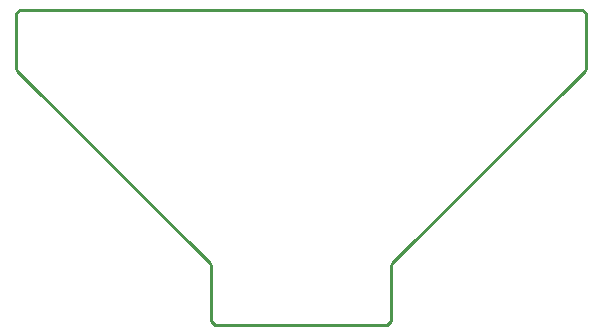
<source format=gbr>
G04 EAGLE Gerber RS-274X export*
G75*
%MOMM*%
%FSLAX34Y34*%
%LPD*%
%IN*%
%IPPOS*%
%AMOC8*
5,1,8,0,0,1.08239X$1,22.5*%
G01*
%ADD10C,0.254000*%


D10*
X0Y217215D02*
X930Y214970D01*
X164170Y51730D01*
X165100Y49485D01*
X165100Y3175D01*
X168275Y0D01*
X314325Y0D01*
X317500Y3175D01*
X317500Y49485D01*
X318430Y51730D01*
X481670Y214970D01*
X482600Y217215D01*
X482600Y263525D01*
X479425Y266700D01*
X3175Y266700D01*
X0Y263525D01*
X0Y217215D01*
M02*

</source>
